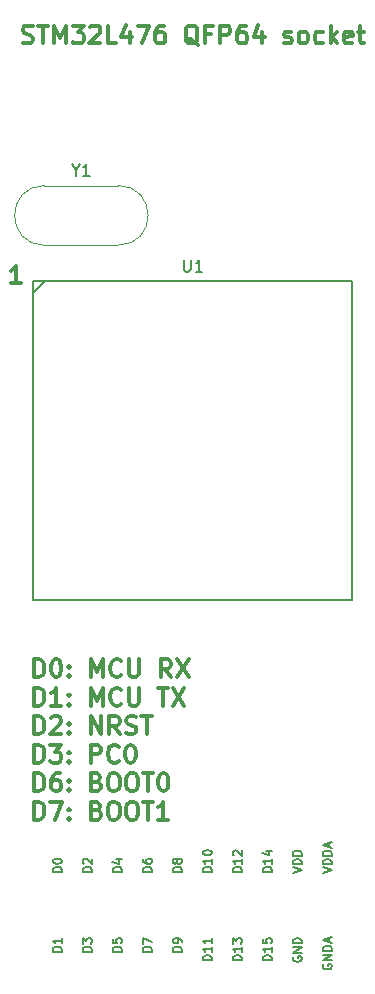
<source format=gbr>
G04 #@! TF.GenerationSoftware,KiCad,Pcbnew,8.0.0-8.0.0-1~ubuntu20.04.1*
G04 #@! TF.CreationDate,2024-03-05T18:45:30+01:00*
G04 #@! TF.ProjectId,stm32l476,73746d33-326c-4343-9736-2e6b69636164,rev?*
G04 #@! TF.SameCoordinates,Original*
G04 #@! TF.FileFunction,Legend,Top*
G04 #@! TF.FilePolarity,Positive*
%FSLAX46Y46*%
G04 Gerber Fmt 4.6, Leading zero omitted, Abs format (unit mm)*
G04 Created by KiCad (PCBNEW 8.0.0-8.0.0-1~ubuntu20.04.1) date 2024-03-05 18:45:30*
%MOMM*%
%LPD*%
G01*
G04 APERTURE LIST*
%ADD10C,0.150000*%
%ADD11C,0.300000*%
%ADD12C,0.120000*%
G04 APERTURE END LIST*
D10*
X182504878Y-128185826D02*
X182469164Y-128257255D01*
X182469164Y-128257255D02*
X182469164Y-128364397D01*
X182469164Y-128364397D02*
X182504878Y-128471540D01*
X182504878Y-128471540D02*
X182576307Y-128542969D01*
X182576307Y-128542969D02*
X182647735Y-128578683D01*
X182647735Y-128578683D02*
X182790592Y-128614397D01*
X182790592Y-128614397D02*
X182897735Y-128614397D01*
X182897735Y-128614397D02*
X183040592Y-128578683D01*
X183040592Y-128578683D02*
X183112021Y-128542969D01*
X183112021Y-128542969D02*
X183183450Y-128471540D01*
X183183450Y-128471540D02*
X183219164Y-128364397D01*
X183219164Y-128364397D02*
X183219164Y-128292969D01*
X183219164Y-128292969D02*
X183183450Y-128185826D01*
X183183450Y-128185826D02*
X183147735Y-128150112D01*
X183147735Y-128150112D02*
X182897735Y-128150112D01*
X182897735Y-128150112D02*
X182897735Y-128292969D01*
X183219164Y-127828683D02*
X182469164Y-127828683D01*
X182469164Y-127828683D02*
X183219164Y-127400112D01*
X183219164Y-127400112D02*
X182469164Y-127400112D01*
X183219164Y-127042969D02*
X182469164Y-127042969D01*
X182469164Y-127042969D02*
X182469164Y-126864398D01*
X182469164Y-126864398D02*
X182504878Y-126757255D01*
X182504878Y-126757255D02*
X182576307Y-126685826D01*
X182576307Y-126685826D02*
X182647735Y-126650112D01*
X182647735Y-126650112D02*
X182790592Y-126614398D01*
X182790592Y-126614398D02*
X182897735Y-126614398D01*
X182897735Y-126614398D02*
X183040592Y-126650112D01*
X183040592Y-126650112D02*
X183112021Y-126685826D01*
X183112021Y-126685826D02*
X183183450Y-126757255D01*
X183183450Y-126757255D02*
X183219164Y-126864398D01*
X183219164Y-126864398D02*
X183219164Y-127042969D01*
X183004878Y-126328683D02*
X183004878Y-125971541D01*
X183219164Y-126400112D02*
X182469164Y-126150112D01*
X182469164Y-126150112D02*
X183219164Y-125900112D01*
X179964878Y-127542969D02*
X179929164Y-127614398D01*
X179929164Y-127614398D02*
X179929164Y-127721540D01*
X179929164Y-127721540D02*
X179964878Y-127828683D01*
X179964878Y-127828683D02*
X180036307Y-127900112D01*
X180036307Y-127900112D02*
X180107735Y-127935826D01*
X180107735Y-127935826D02*
X180250592Y-127971540D01*
X180250592Y-127971540D02*
X180357735Y-127971540D01*
X180357735Y-127971540D02*
X180500592Y-127935826D01*
X180500592Y-127935826D02*
X180572021Y-127900112D01*
X180572021Y-127900112D02*
X180643450Y-127828683D01*
X180643450Y-127828683D02*
X180679164Y-127721540D01*
X180679164Y-127721540D02*
X180679164Y-127650112D01*
X180679164Y-127650112D02*
X180643450Y-127542969D01*
X180643450Y-127542969D02*
X180607735Y-127507255D01*
X180607735Y-127507255D02*
X180357735Y-127507255D01*
X180357735Y-127507255D02*
X180357735Y-127650112D01*
X180679164Y-127185826D02*
X179929164Y-127185826D01*
X179929164Y-127185826D02*
X180679164Y-126757255D01*
X180679164Y-126757255D02*
X179929164Y-126757255D01*
X180679164Y-126400112D02*
X179929164Y-126400112D01*
X179929164Y-126400112D02*
X179929164Y-126221541D01*
X179929164Y-126221541D02*
X179964878Y-126114398D01*
X179964878Y-126114398D02*
X180036307Y-126042969D01*
X180036307Y-126042969D02*
X180107735Y-126007255D01*
X180107735Y-126007255D02*
X180250592Y-125971541D01*
X180250592Y-125971541D02*
X180357735Y-125971541D01*
X180357735Y-125971541D02*
X180500592Y-126007255D01*
X180500592Y-126007255D02*
X180572021Y-126042969D01*
X180572021Y-126042969D02*
X180643450Y-126114398D01*
X180643450Y-126114398D02*
X180679164Y-126221541D01*
X180679164Y-126221541D02*
X180679164Y-126400112D01*
X178139164Y-127828684D02*
X177389164Y-127828684D01*
X177389164Y-127828684D02*
X177389164Y-127650113D01*
X177389164Y-127650113D02*
X177424878Y-127542970D01*
X177424878Y-127542970D02*
X177496307Y-127471541D01*
X177496307Y-127471541D02*
X177567735Y-127435827D01*
X177567735Y-127435827D02*
X177710592Y-127400113D01*
X177710592Y-127400113D02*
X177817735Y-127400113D01*
X177817735Y-127400113D02*
X177960592Y-127435827D01*
X177960592Y-127435827D02*
X178032021Y-127471541D01*
X178032021Y-127471541D02*
X178103450Y-127542970D01*
X178103450Y-127542970D02*
X178139164Y-127650113D01*
X178139164Y-127650113D02*
X178139164Y-127828684D01*
X178139164Y-126685827D02*
X178139164Y-127114398D01*
X178139164Y-126900113D02*
X177389164Y-126900113D01*
X177389164Y-126900113D02*
X177496307Y-126971541D01*
X177496307Y-126971541D02*
X177567735Y-127042970D01*
X177567735Y-127042970D02*
X177603450Y-127114398D01*
X177389164Y-126007255D02*
X177389164Y-126364398D01*
X177389164Y-126364398D02*
X177746307Y-126400112D01*
X177746307Y-126400112D02*
X177710592Y-126364398D01*
X177710592Y-126364398D02*
X177674878Y-126292970D01*
X177674878Y-126292970D02*
X177674878Y-126114398D01*
X177674878Y-126114398D02*
X177710592Y-126042970D01*
X177710592Y-126042970D02*
X177746307Y-126007255D01*
X177746307Y-126007255D02*
X177817735Y-125971541D01*
X177817735Y-125971541D02*
X177996307Y-125971541D01*
X177996307Y-125971541D02*
X178067735Y-126007255D01*
X178067735Y-126007255D02*
X178103450Y-126042970D01*
X178103450Y-126042970D02*
X178139164Y-126114398D01*
X178139164Y-126114398D02*
X178139164Y-126292970D01*
X178139164Y-126292970D02*
X178103450Y-126364398D01*
X178103450Y-126364398D02*
X178067735Y-126400112D01*
X175599164Y-127828684D02*
X174849164Y-127828684D01*
X174849164Y-127828684D02*
X174849164Y-127650113D01*
X174849164Y-127650113D02*
X174884878Y-127542970D01*
X174884878Y-127542970D02*
X174956307Y-127471541D01*
X174956307Y-127471541D02*
X175027735Y-127435827D01*
X175027735Y-127435827D02*
X175170592Y-127400113D01*
X175170592Y-127400113D02*
X175277735Y-127400113D01*
X175277735Y-127400113D02*
X175420592Y-127435827D01*
X175420592Y-127435827D02*
X175492021Y-127471541D01*
X175492021Y-127471541D02*
X175563450Y-127542970D01*
X175563450Y-127542970D02*
X175599164Y-127650113D01*
X175599164Y-127650113D02*
X175599164Y-127828684D01*
X175599164Y-126685827D02*
X175599164Y-127114398D01*
X175599164Y-126900113D02*
X174849164Y-126900113D01*
X174849164Y-126900113D02*
X174956307Y-126971541D01*
X174956307Y-126971541D02*
X175027735Y-127042970D01*
X175027735Y-127042970D02*
X175063450Y-127114398D01*
X174849164Y-126435827D02*
X174849164Y-125971541D01*
X174849164Y-125971541D02*
X175134878Y-126221541D01*
X175134878Y-126221541D02*
X175134878Y-126114398D01*
X175134878Y-126114398D02*
X175170592Y-126042970D01*
X175170592Y-126042970D02*
X175206307Y-126007255D01*
X175206307Y-126007255D02*
X175277735Y-125971541D01*
X175277735Y-125971541D02*
X175456307Y-125971541D01*
X175456307Y-125971541D02*
X175527735Y-126007255D01*
X175527735Y-126007255D02*
X175563450Y-126042970D01*
X175563450Y-126042970D02*
X175599164Y-126114398D01*
X175599164Y-126114398D02*
X175599164Y-126328684D01*
X175599164Y-126328684D02*
X175563450Y-126400112D01*
X175563450Y-126400112D02*
X175527735Y-126435827D01*
X173059164Y-127828684D02*
X172309164Y-127828684D01*
X172309164Y-127828684D02*
X172309164Y-127650113D01*
X172309164Y-127650113D02*
X172344878Y-127542970D01*
X172344878Y-127542970D02*
X172416307Y-127471541D01*
X172416307Y-127471541D02*
X172487735Y-127435827D01*
X172487735Y-127435827D02*
X172630592Y-127400113D01*
X172630592Y-127400113D02*
X172737735Y-127400113D01*
X172737735Y-127400113D02*
X172880592Y-127435827D01*
X172880592Y-127435827D02*
X172952021Y-127471541D01*
X172952021Y-127471541D02*
X173023450Y-127542970D01*
X173023450Y-127542970D02*
X173059164Y-127650113D01*
X173059164Y-127650113D02*
X173059164Y-127828684D01*
X173059164Y-126685827D02*
X173059164Y-127114398D01*
X173059164Y-126900113D02*
X172309164Y-126900113D01*
X172309164Y-126900113D02*
X172416307Y-126971541D01*
X172416307Y-126971541D02*
X172487735Y-127042970D01*
X172487735Y-127042970D02*
X172523450Y-127114398D01*
X173059164Y-125971541D02*
X173059164Y-126400112D01*
X173059164Y-126185827D02*
X172309164Y-126185827D01*
X172309164Y-126185827D02*
X172416307Y-126257255D01*
X172416307Y-126257255D02*
X172487735Y-126328684D01*
X172487735Y-126328684D02*
X172523450Y-126400112D01*
X170519164Y-127114398D02*
X169769164Y-127114398D01*
X169769164Y-127114398D02*
X169769164Y-126935827D01*
X169769164Y-126935827D02*
X169804878Y-126828684D01*
X169804878Y-126828684D02*
X169876307Y-126757255D01*
X169876307Y-126757255D02*
X169947735Y-126721541D01*
X169947735Y-126721541D02*
X170090592Y-126685827D01*
X170090592Y-126685827D02*
X170197735Y-126685827D01*
X170197735Y-126685827D02*
X170340592Y-126721541D01*
X170340592Y-126721541D02*
X170412021Y-126757255D01*
X170412021Y-126757255D02*
X170483450Y-126828684D01*
X170483450Y-126828684D02*
X170519164Y-126935827D01*
X170519164Y-126935827D02*
X170519164Y-127114398D01*
X170519164Y-126328684D02*
X170519164Y-126185827D01*
X170519164Y-126185827D02*
X170483450Y-126114398D01*
X170483450Y-126114398D02*
X170447735Y-126078684D01*
X170447735Y-126078684D02*
X170340592Y-126007255D01*
X170340592Y-126007255D02*
X170197735Y-125971541D01*
X170197735Y-125971541D02*
X169912021Y-125971541D01*
X169912021Y-125971541D02*
X169840592Y-126007255D01*
X169840592Y-126007255D02*
X169804878Y-126042970D01*
X169804878Y-126042970D02*
X169769164Y-126114398D01*
X169769164Y-126114398D02*
X169769164Y-126257255D01*
X169769164Y-126257255D02*
X169804878Y-126328684D01*
X169804878Y-126328684D02*
X169840592Y-126364398D01*
X169840592Y-126364398D02*
X169912021Y-126400112D01*
X169912021Y-126400112D02*
X170090592Y-126400112D01*
X170090592Y-126400112D02*
X170162021Y-126364398D01*
X170162021Y-126364398D02*
X170197735Y-126328684D01*
X170197735Y-126328684D02*
X170233450Y-126257255D01*
X170233450Y-126257255D02*
X170233450Y-126114398D01*
X170233450Y-126114398D02*
X170197735Y-126042970D01*
X170197735Y-126042970D02*
X170162021Y-126007255D01*
X170162021Y-126007255D02*
X170090592Y-125971541D01*
X167979164Y-127114398D02*
X167229164Y-127114398D01*
X167229164Y-127114398D02*
X167229164Y-126935827D01*
X167229164Y-126935827D02*
X167264878Y-126828684D01*
X167264878Y-126828684D02*
X167336307Y-126757255D01*
X167336307Y-126757255D02*
X167407735Y-126721541D01*
X167407735Y-126721541D02*
X167550592Y-126685827D01*
X167550592Y-126685827D02*
X167657735Y-126685827D01*
X167657735Y-126685827D02*
X167800592Y-126721541D01*
X167800592Y-126721541D02*
X167872021Y-126757255D01*
X167872021Y-126757255D02*
X167943450Y-126828684D01*
X167943450Y-126828684D02*
X167979164Y-126935827D01*
X167979164Y-126935827D02*
X167979164Y-127114398D01*
X167229164Y-126435827D02*
X167229164Y-125935827D01*
X167229164Y-125935827D02*
X167979164Y-126257255D01*
X165439164Y-127114398D02*
X164689164Y-127114398D01*
X164689164Y-127114398D02*
X164689164Y-126935827D01*
X164689164Y-126935827D02*
X164724878Y-126828684D01*
X164724878Y-126828684D02*
X164796307Y-126757255D01*
X164796307Y-126757255D02*
X164867735Y-126721541D01*
X164867735Y-126721541D02*
X165010592Y-126685827D01*
X165010592Y-126685827D02*
X165117735Y-126685827D01*
X165117735Y-126685827D02*
X165260592Y-126721541D01*
X165260592Y-126721541D02*
X165332021Y-126757255D01*
X165332021Y-126757255D02*
X165403450Y-126828684D01*
X165403450Y-126828684D02*
X165439164Y-126935827D01*
X165439164Y-126935827D02*
X165439164Y-127114398D01*
X164689164Y-126007255D02*
X164689164Y-126364398D01*
X164689164Y-126364398D02*
X165046307Y-126400112D01*
X165046307Y-126400112D02*
X165010592Y-126364398D01*
X165010592Y-126364398D02*
X164974878Y-126292970D01*
X164974878Y-126292970D02*
X164974878Y-126114398D01*
X164974878Y-126114398D02*
X165010592Y-126042970D01*
X165010592Y-126042970D02*
X165046307Y-126007255D01*
X165046307Y-126007255D02*
X165117735Y-125971541D01*
X165117735Y-125971541D02*
X165296307Y-125971541D01*
X165296307Y-125971541D02*
X165367735Y-126007255D01*
X165367735Y-126007255D02*
X165403450Y-126042970D01*
X165403450Y-126042970D02*
X165439164Y-126114398D01*
X165439164Y-126114398D02*
X165439164Y-126292970D01*
X165439164Y-126292970D02*
X165403450Y-126364398D01*
X165403450Y-126364398D02*
X165367735Y-126400112D01*
X162899164Y-127114398D02*
X162149164Y-127114398D01*
X162149164Y-127114398D02*
X162149164Y-126935827D01*
X162149164Y-126935827D02*
X162184878Y-126828684D01*
X162184878Y-126828684D02*
X162256307Y-126757255D01*
X162256307Y-126757255D02*
X162327735Y-126721541D01*
X162327735Y-126721541D02*
X162470592Y-126685827D01*
X162470592Y-126685827D02*
X162577735Y-126685827D01*
X162577735Y-126685827D02*
X162720592Y-126721541D01*
X162720592Y-126721541D02*
X162792021Y-126757255D01*
X162792021Y-126757255D02*
X162863450Y-126828684D01*
X162863450Y-126828684D02*
X162899164Y-126935827D01*
X162899164Y-126935827D02*
X162899164Y-127114398D01*
X162149164Y-126435827D02*
X162149164Y-125971541D01*
X162149164Y-125971541D02*
X162434878Y-126221541D01*
X162434878Y-126221541D02*
X162434878Y-126114398D01*
X162434878Y-126114398D02*
X162470592Y-126042970D01*
X162470592Y-126042970D02*
X162506307Y-126007255D01*
X162506307Y-126007255D02*
X162577735Y-125971541D01*
X162577735Y-125971541D02*
X162756307Y-125971541D01*
X162756307Y-125971541D02*
X162827735Y-126007255D01*
X162827735Y-126007255D02*
X162863450Y-126042970D01*
X162863450Y-126042970D02*
X162899164Y-126114398D01*
X162899164Y-126114398D02*
X162899164Y-126328684D01*
X162899164Y-126328684D02*
X162863450Y-126400112D01*
X162863450Y-126400112D02*
X162827735Y-126435827D01*
X160359164Y-127114398D02*
X159609164Y-127114398D01*
X159609164Y-127114398D02*
X159609164Y-126935827D01*
X159609164Y-126935827D02*
X159644878Y-126828684D01*
X159644878Y-126828684D02*
X159716307Y-126757255D01*
X159716307Y-126757255D02*
X159787735Y-126721541D01*
X159787735Y-126721541D02*
X159930592Y-126685827D01*
X159930592Y-126685827D02*
X160037735Y-126685827D01*
X160037735Y-126685827D02*
X160180592Y-126721541D01*
X160180592Y-126721541D02*
X160252021Y-126757255D01*
X160252021Y-126757255D02*
X160323450Y-126828684D01*
X160323450Y-126828684D02*
X160359164Y-126935827D01*
X160359164Y-126935827D02*
X160359164Y-127114398D01*
X160359164Y-125971541D02*
X160359164Y-126400112D01*
X160359164Y-126185827D02*
X159609164Y-126185827D01*
X159609164Y-126185827D02*
X159716307Y-126257255D01*
X159716307Y-126257255D02*
X159787735Y-126328684D01*
X159787735Y-126328684D02*
X159823450Y-126400112D01*
X160359164Y-120372744D02*
X159609164Y-120372744D01*
X159609164Y-120372744D02*
X159609164Y-120194173D01*
X159609164Y-120194173D02*
X159644878Y-120087030D01*
X159644878Y-120087030D02*
X159716307Y-120015601D01*
X159716307Y-120015601D02*
X159787735Y-119979887D01*
X159787735Y-119979887D02*
X159930592Y-119944173D01*
X159930592Y-119944173D02*
X160037735Y-119944173D01*
X160037735Y-119944173D02*
X160180592Y-119979887D01*
X160180592Y-119979887D02*
X160252021Y-120015601D01*
X160252021Y-120015601D02*
X160323450Y-120087030D01*
X160323450Y-120087030D02*
X160359164Y-120194173D01*
X160359164Y-120194173D02*
X160359164Y-120372744D01*
X159609164Y-119479887D02*
X159609164Y-119408458D01*
X159609164Y-119408458D02*
X159644878Y-119337030D01*
X159644878Y-119337030D02*
X159680592Y-119301316D01*
X159680592Y-119301316D02*
X159752021Y-119265601D01*
X159752021Y-119265601D02*
X159894878Y-119229887D01*
X159894878Y-119229887D02*
X160073450Y-119229887D01*
X160073450Y-119229887D02*
X160216307Y-119265601D01*
X160216307Y-119265601D02*
X160287735Y-119301316D01*
X160287735Y-119301316D02*
X160323450Y-119337030D01*
X160323450Y-119337030D02*
X160359164Y-119408458D01*
X160359164Y-119408458D02*
X160359164Y-119479887D01*
X160359164Y-119479887D02*
X160323450Y-119551316D01*
X160323450Y-119551316D02*
X160287735Y-119587030D01*
X160287735Y-119587030D02*
X160216307Y-119622744D01*
X160216307Y-119622744D02*
X160073450Y-119658458D01*
X160073450Y-119658458D02*
X159894878Y-119658458D01*
X159894878Y-119658458D02*
X159752021Y-119622744D01*
X159752021Y-119622744D02*
X159680592Y-119587030D01*
X159680592Y-119587030D02*
X159644878Y-119551316D01*
X159644878Y-119551316D02*
X159609164Y-119479887D01*
X162899164Y-120372744D02*
X162149164Y-120372744D01*
X162149164Y-120372744D02*
X162149164Y-120194173D01*
X162149164Y-120194173D02*
X162184878Y-120087030D01*
X162184878Y-120087030D02*
X162256307Y-120015601D01*
X162256307Y-120015601D02*
X162327735Y-119979887D01*
X162327735Y-119979887D02*
X162470592Y-119944173D01*
X162470592Y-119944173D02*
X162577735Y-119944173D01*
X162577735Y-119944173D02*
X162720592Y-119979887D01*
X162720592Y-119979887D02*
X162792021Y-120015601D01*
X162792021Y-120015601D02*
X162863450Y-120087030D01*
X162863450Y-120087030D02*
X162899164Y-120194173D01*
X162899164Y-120194173D02*
X162899164Y-120372744D01*
X162220592Y-119658458D02*
X162184878Y-119622744D01*
X162184878Y-119622744D02*
X162149164Y-119551316D01*
X162149164Y-119551316D02*
X162149164Y-119372744D01*
X162149164Y-119372744D02*
X162184878Y-119301316D01*
X162184878Y-119301316D02*
X162220592Y-119265601D01*
X162220592Y-119265601D02*
X162292021Y-119229887D01*
X162292021Y-119229887D02*
X162363450Y-119229887D01*
X162363450Y-119229887D02*
X162470592Y-119265601D01*
X162470592Y-119265601D02*
X162899164Y-119694173D01*
X162899164Y-119694173D02*
X162899164Y-119229887D01*
X165439164Y-120372744D02*
X164689164Y-120372744D01*
X164689164Y-120372744D02*
X164689164Y-120194173D01*
X164689164Y-120194173D02*
X164724878Y-120087030D01*
X164724878Y-120087030D02*
X164796307Y-120015601D01*
X164796307Y-120015601D02*
X164867735Y-119979887D01*
X164867735Y-119979887D02*
X165010592Y-119944173D01*
X165010592Y-119944173D02*
X165117735Y-119944173D01*
X165117735Y-119944173D02*
X165260592Y-119979887D01*
X165260592Y-119979887D02*
X165332021Y-120015601D01*
X165332021Y-120015601D02*
X165403450Y-120087030D01*
X165403450Y-120087030D02*
X165439164Y-120194173D01*
X165439164Y-120194173D02*
X165439164Y-120372744D01*
X164939164Y-119301316D02*
X165439164Y-119301316D01*
X164653450Y-119479887D02*
X165189164Y-119658458D01*
X165189164Y-119658458D02*
X165189164Y-119194173D01*
X167979164Y-120372744D02*
X167229164Y-120372744D01*
X167229164Y-120372744D02*
X167229164Y-120194173D01*
X167229164Y-120194173D02*
X167264878Y-120087030D01*
X167264878Y-120087030D02*
X167336307Y-120015601D01*
X167336307Y-120015601D02*
X167407735Y-119979887D01*
X167407735Y-119979887D02*
X167550592Y-119944173D01*
X167550592Y-119944173D02*
X167657735Y-119944173D01*
X167657735Y-119944173D02*
X167800592Y-119979887D01*
X167800592Y-119979887D02*
X167872021Y-120015601D01*
X167872021Y-120015601D02*
X167943450Y-120087030D01*
X167943450Y-120087030D02*
X167979164Y-120194173D01*
X167979164Y-120194173D02*
X167979164Y-120372744D01*
X167229164Y-119301316D02*
X167229164Y-119444173D01*
X167229164Y-119444173D02*
X167264878Y-119515601D01*
X167264878Y-119515601D02*
X167300592Y-119551316D01*
X167300592Y-119551316D02*
X167407735Y-119622744D01*
X167407735Y-119622744D02*
X167550592Y-119658458D01*
X167550592Y-119658458D02*
X167836307Y-119658458D01*
X167836307Y-119658458D02*
X167907735Y-119622744D01*
X167907735Y-119622744D02*
X167943450Y-119587030D01*
X167943450Y-119587030D02*
X167979164Y-119515601D01*
X167979164Y-119515601D02*
X167979164Y-119372744D01*
X167979164Y-119372744D02*
X167943450Y-119301316D01*
X167943450Y-119301316D02*
X167907735Y-119265601D01*
X167907735Y-119265601D02*
X167836307Y-119229887D01*
X167836307Y-119229887D02*
X167657735Y-119229887D01*
X167657735Y-119229887D02*
X167586307Y-119265601D01*
X167586307Y-119265601D02*
X167550592Y-119301316D01*
X167550592Y-119301316D02*
X167514878Y-119372744D01*
X167514878Y-119372744D02*
X167514878Y-119515601D01*
X167514878Y-119515601D02*
X167550592Y-119587030D01*
X167550592Y-119587030D02*
X167586307Y-119622744D01*
X167586307Y-119622744D02*
X167657735Y-119658458D01*
X170519164Y-120372744D02*
X169769164Y-120372744D01*
X169769164Y-120372744D02*
X169769164Y-120194173D01*
X169769164Y-120194173D02*
X169804878Y-120087030D01*
X169804878Y-120087030D02*
X169876307Y-120015601D01*
X169876307Y-120015601D02*
X169947735Y-119979887D01*
X169947735Y-119979887D02*
X170090592Y-119944173D01*
X170090592Y-119944173D02*
X170197735Y-119944173D01*
X170197735Y-119944173D02*
X170340592Y-119979887D01*
X170340592Y-119979887D02*
X170412021Y-120015601D01*
X170412021Y-120015601D02*
X170483450Y-120087030D01*
X170483450Y-120087030D02*
X170519164Y-120194173D01*
X170519164Y-120194173D02*
X170519164Y-120372744D01*
X170090592Y-119515601D02*
X170054878Y-119587030D01*
X170054878Y-119587030D02*
X170019164Y-119622744D01*
X170019164Y-119622744D02*
X169947735Y-119658458D01*
X169947735Y-119658458D02*
X169912021Y-119658458D01*
X169912021Y-119658458D02*
X169840592Y-119622744D01*
X169840592Y-119622744D02*
X169804878Y-119587030D01*
X169804878Y-119587030D02*
X169769164Y-119515601D01*
X169769164Y-119515601D02*
X169769164Y-119372744D01*
X169769164Y-119372744D02*
X169804878Y-119301316D01*
X169804878Y-119301316D02*
X169840592Y-119265601D01*
X169840592Y-119265601D02*
X169912021Y-119229887D01*
X169912021Y-119229887D02*
X169947735Y-119229887D01*
X169947735Y-119229887D02*
X170019164Y-119265601D01*
X170019164Y-119265601D02*
X170054878Y-119301316D01*
X170054878Y-119301316D02*
X170090592Y-119372744D01*
X170090592Y-119372744D02*
X170090592Y-119515601D01*
X170090592Y-119515601D02*
X170126307Y-119587030D01*
X170126307Y-119587030D02*
X170162021Y-119622744D01*
X170162021Y-119622744D02*
X170233450Y-119658458D01*
X170233450Y-119658458D02*
X170376307Y-119658458D01*
X170376307Y-119658458D02*
X170447735Y-119622744D01*
X170447735Y-119622744D02*
X170483450Y-119587030D01*
X170483450Y-119587030D02*
X170519164Y-119515601D01*
X170519164Y-119515601D02*
X170519164Y-119372744D01*
X170519164Y-119372744D02*
X170483450Y-119301316D01*
X170483450Y-119301316D02*
X170447735Y-119265601D01*
X170447735Y-119265601D02*
X170376307Y-119229887D01*
X170376307Y-119229887D02*
X170233450Y-119229887D01*
X170233450Y-119229887D02*
X170162021Y-119265601D01*
X170162021Y-119265601D02*
X170126307Y-119301316D01*
X170126307Y-119301316D02*
X170090592Y-119372744D01*
X173059164Y-120372744D02*
X172309164Y-120372744D01*
X172309164Y-120372744D02*
X172309164Y-120194173D01*
X172309164Y-120194173D02*
X172344878Y-120087030D01*
X172344878Y-120087030D02*
X172416307Y-120015601D01*
X172416307Y-120015601D02*
X172487735Y-119979887D01*
X172487735Y-119979887D02*
X172630592Y-119944173D01*
X172630592Y-119944173D02*
X172737735Y-119944173D01*
X172737735Y-119944173D02*
X172880592Y-119979887D01*
X172880592Y-119979887D02*
X172952021Y-120015601D01*
X172952021Y-120015601D02*
X173023450Y-120087030D01*
X173023450Y-120087030D02*
X173059164Y-120194173D01*
X173059164Y-120194173D02*
X173059164Y-120372744D01*
X173059164Y-119229887D02*
X173059164Y-119658458D01*
X173059164Y-119444173D02*
X172309164Y-119444173D01*
X172309164Y-119444173D02*
X172416307Y-119515601D01*
X172416307Y-119515601D02*
X172487735Y-119587030D01*
X172487735Y-119587030D02*
X172523450Y-119658458D01*
X172309164Y-118765601D02*
X172309164Y-118694172D01*
X172309164Y-118694172D02*
X172344878Y-118622744D01*
X172344878Y-118622744D02*
X172380592Y-118587030D01*
X172380592Y-118587030D02*
X172452021Y-118551315D01*
X172452021Y-118551315D02*
X172594878Y-118515601D01*
X172594878Y-118515601D02*
X172773450Y-118515601D01*
X172773450Y-118515601D02*
X172916307Y-118551315D01*
X172916307Y-118551315D02*
X172987735Y-118587030D01*
X172987735Y-118587030D02*
X173023450Y-118622744D01*
X173023450Y-118622744D02*
X173059164Y-118694172D01*
X173059164Y-118694172D02*
X173059164Y-118765601D01*
X173059164Y-118765601D02*
X173023450Y-118837030D01*
X173023450Y-118837030D02*
X172987735Y-118872744D01*
X172987735Y-118872744D02*
X172916307Y-118908458D01*
X172916307Y-118908458D02*
X172773450Y-118944172D01*
X172773450Y-118944172D02*
X172594878Y-118944172D01*
X172594878Y-118944172D02*
X172452021Y-118908458D01*
X172452021Y-118908458D02*
X172380592Y-118872744D01*
X172380592Y-118872744D02*
X172344878Y-118837030D01*
X172344878Y-118837030D02*
X172309164Y-118765601D01*
X175599164Y-120372744D02*
X174849164Y-120372744D01*
X174849164Y-120372744D02*
X174849164Y-120194173D01*
X174849164Y-120194173D02*
X174884878Y-120087030D01*
X174884878Y-120087030D02*
X174956307Y-120015601D01*
X174956307Y-120015601D02*
X175027735Y-119979887D01*
X175027735Y-119979887D02*
X175170592Y-119944173D01*
X175170592Y-119944173D02*
X175277735Y-119944173D01*
X175277735Y-119944173D02*
X175420592Y-119979887D01*
X175420592Y-119979887D02*
X175492021Y-120015601D01*
X175492021Y-120015601D02*
X175563450Y-120087030D01*
X175563450Y-120087030D02*
X175599164Y-120194173D01*
X175599164Y-120194173D02*
X175599164Y-120372744D01*
X175599164Y-119229887D02*
X175599164Y-119658458D01*
X175599164Y-119444173D02*
X174849164Y-119444173D01*
X174849164Y-119444173D02*
X174956307Y-119515601D01*
X174956307Y-119515601D02*
X175027735Y-119587030D01*
X175027735Y-119587030D02*
X175063450Y-119658458D01*
X174920592Y-118944172D02*
X174884878Y-118908458D01*
X174884878Y-118908458D02*
X174849164Y-118837030D01*
X174849164Y-118837030D02*
X174849164Y-118658458D01*
X174849164Y-118658458D02*
X174884878Y-118587030D01*
X174884878Y-118587030D02*
X174920592Y-118551315D01*
X174920592Y-118551315D02*
X174992021Y-118515601D01*
X174992021Y-118515601D02*
X175063450Y-118515601D01*
X175063450Y-118515601D02*
X175170592Y-118551315D01*
X175170592Y-118551315D02*
X175599164Y-118979887D01*
X175599164Y-118979887D02*
X175599164Y-118515601D01*
X178139164Y-120372744D02*
X177389164Y-120372744D01*
X177389164Y-120372744D02*
X177389164Y-120194173D01*
X177389164Y-120194173D02*
X177424878Y-120087030D01*
X177424878Y-120087030D02*
X177496307Y-120015601D01*
X177496307Y-120015601D02*
X177567735Y-119979887D01*
X177567735Y-119979887D02*
X177710592Y-119944173D01*
X177710592Y-119944173D02*
X177817735Y-119944173D01*
X177817735Y-119944173D02*
X177960592Y-119979887D01*
X177960592Y-119979887D02*
X178032021Y-120015601D01*
X178032021Y-120015601D02*
X178103450Y-120087030D01*
X178103450Y-120087030D02*
X178139164Y-120194173D01*
X178139164Y-120194173D02*
X178139164Y-120372744D01*
X178139164Y-119229887D02*
X178139164Y-119658458D01*
X178139164Y-119444173D02*
X177389164Y-119444173D01*
X177389164Y-119444173D02*
X177496307Y-119515601D01*
X177496307Y-119515601D02*
X177567735Y-119587030D01*
X177567735Y-119587030D02*
X177603450Y-119658458D01*
X177639164Y-118587030D02*
X178139164Y-118587030D01*
X177353450Y-118765601D02*
X177889164Y-118944172D01*
X177889164Y-118944172D02*
X177889164Y-118479887D01*
X179929164Y-120479887D02*
X180679164Y-120229887D01*
X180679164Y-120229887D02*
X179929164Y-119979887D01*
X180679164Y-119729887D02*
X179929164Y-119729887D01*
X179929164Y-119729887D02*
X179929164Y-119551316D01*
X179929164Y-119551316D02*
X179964878Y-119444173D01*
X179964878Y-119444173D02*
X180036307Y-119372744D01*
X180036307Y-119372744D02*
X180107735Y-119337030D01*
X180107735Y-119337030D02*
X180250592Y-119301316D01*
X180250592Y-119301316D02*
X180357735Y-119301316D01*
X180357735Y-119301316D02*
X180500592Y-119337030D01*
X180500592Y-119337030D02*
X180572021Y-119372744D01*
X180572021Y-119372744D02*
X180643450Y-119444173D01*
X180643450Y-119444173D02*
X180679164Y-119551316D01*
X180679164Y-119551316D02*
X180679164Y-119729887D01*
X180679164Y-118979887D02*
X179929164Y-118979887D01*
X179929164Y-118979887D02*
X179929164Y-118801316D01*
X179929164Y-118801316D02*
X179964878Y-118694173D01*
X179964878Y-118694173D02*
X180036307Y-118622744D01*
X180036307Y-118622744D02*
X180107735Y-118587030D01*
X180107735Y-118587030D02*
X180250592Y-118551316D01*
X180250592Y-118551316D02*
X180357735Y-118551316D01*
X180357735Y-118551316D02*
X180500592Y-118587030D01*
X180500592Y-118587030D02*
X180572021Y-118622744D01*
X180572021Y-118622744D02*
X180643450Y-118694173D01*
X180643450Y-118694173D02*
X180679164Y-118801316D01*
X180679164Y-118801316D02*
X180679164Y-118979887D01*
X182469164Y-120479887D02*
X183219164Y-120229887D01*
X183219164Y-120229887D02*
X182469164Y-119979887D01*
X183219164Y-119729887D02*
X182469164Y-119729887D01*
X182469164Y-119729887D02*
X182469164Y-119551316D01*
X182469164Y-119551316D02*
X182504878Y-119444173D01*
X182504878Y-119444173D02*
X182576307Y-119372744D01*
X182576307Y-119372744D02*
X182647735Y-119337030D01*
X182647735Y-119337030D02*
X182790592Y-119301316D01*
X182790592Y-119301316D02*
X182897735Y-119301316D01*
X182897735Y-119301316D02*
X183040592Y-119337030D01*
X183040592Y-119337030D02*
X183112021Y-119372744D01*
X183112021Y-119372744D02*
X183183450Y-119444173D01*
X183183450Y-119444173D02*
X183219164Y-119551316D01*
X183219164Y-119551316D02*
X183219164Y-119729887D01*
X183219164Y-118979887D02*
X182469164Y-118979887D01*
X182469164Y-118979887D02*
X182469164Y-118801316D01*
X182469164Y-118801316D02*
X182504878Y-118694173D01*
X182504878Y-118694173D02*
X182576307Y-118622744D01*
X182576307Y-118622744D02*
X182647735Y-118587030D01*
X182647735Y-118587030D02*
X182790592Y-118551316D01*
X182790592Y-118551316D02*
X182897735Y-118551316D01*
X182897735Y-118551316D02*
X183040592Y-118587030D01*
X183040592Y-118587030D02*
X183112021Y-118622744D01*
X183112021Y-118622744D02*
X183183450Y-118694173D01*
X183183450Y-118694173D02*
X183219164Y-118801316D01*
X183219164Y-118801316D02*
X183219164Y-118979887D01*
X183004878Y-118265601D02*
X183004878Y-117908459D01*
X183219164Y-118337030D02*
X182469164Y-118087030D01*
X182469164Y-118087030D02*
X183219164Y-117837030D01*
D11*
X158034510Y-103861038D02*
X158034510Y-102361038D01*
X158034510Y-102361038D02*
X158391653Y-102361038D01*
X158391653Y-102361038D02*
X158605939Y-102432467D01*
X158605939Y-102432467D02*
X158748796Y-102575324D01*
X158748796Y-102575324D02*
X158820225Y-102718181D01*
X158820225Y-102718181D02*
X158891653Y-103003895D01*
X158891653Y-103003895D02*
X158891653Y-103218181D01*
X158891653Y-103218181D02*
X158820225Y-103503895D01*
X158820225Y-103503895D02*
X158748796Y-103646752D01*
X158748796Y-103646752D02*
X158605939Y-103789610D01*
X158605939Y-103789610D02*
X158391653Y-103861038D01*
X158391653Y-103861038D02*
X158034510Y-103861038D01*
X159820225Y-102361038D02*
X159963082Y-102361038D01*
X159963082Y-102361038D02*
X160105939Y-102432467D01*
X160105939Y-102432467D02*
X160177368Y-102503895D01*
X160177368Y-102503895D02*
X160248796Y-102646752D01*
X160248796Y-102646752D02*
X160320225Y-102932467D01*
X160320225Y-102932467D02*
X160320225Y-103289610D01*
X160320225Y-103289610D02*
X160248796Y-103575324D01*
X160248796Y-103575324D02*
X160177368Y-103718181D01*
X160177368Y-103718181D02*
X160105939Y-103789610D01*
X160105939Y-103789610D02*
X159963082Y-103861038D01*
X159963082Y-103861038D02*
X159820225Y-103861038D01*
X159820225Y-103861038D02*
X159677368Y-103789610D01*
X159677368Y-103789610D02*
X159605939Y-103718181D01*
X159605939Y-103718181D02*
X159534510Y-103575324D01*
X159534510Y-103575324D02*
X159463082Y-103289610D01*
X159463082Y-103289610D02*
X159463082Y-102932467D01*
X159463082Y-102932467D02*
X159534510Y-102646752D01*
X159534510Y-102646752D02*
X159605939Y-102503895D01*
X159605939Y-102503895D02*
X159677368Y-102432467D01*
X159677368Y-102432467D02*
X159820225Y-102361038D01*
X160963081Y-103718181D02*
X161034510Y-103789610D01*
X161034510Y-103789610D02*
X160963081Y-103861038D01*
X160963081Y-103861038D02*
X160891653Y-103789610D01*
X160891653Y-103789610D02*
X160963081Y-103718181D01*
X160963081Y-103718181D02*
X160963081Y-103861038D01*
X160963081Y-102932467D02*
X161034510Y-103003895D01*
X161034510Y-103003895D02*
X160963081Y-103075324D01*
X160963081Y-103075324D02*
X160891653Y-103003895D01*
X160891653Y-103003895D02*
X160963081Y-102932467D01*
X160963081Y-102932467D02*
X160963081Y-103075324D01*
X162820224Y-103861038D02*
X162820224Y-102361038D01*
X162820224Y-102361038D02*
X163320224Y-103432467D01*
X163320224Y-103432467D02*
X163820224Y-102361038D01*
X163820224Y-102361038D02*
X163820224Y-103861038D01*
X165391653Y-103718181D02*
X165320225Y-103789610D01*
X165320225Y-103789610D02*
X165105939Y-103861038D01*
X165105939Y-103861038D02*
X164963082Y-103861038D01*
X164963082Y-103861038D02*
X164748796Y-103789610D01*
X164748796Y-103789610D02*
X164605939Y-103646752D01*
X164605939Y-103646752D02*
X164534510Y-103503895D01*
X164534510Y-103503895D02*
X164463082Y-103218181D01*
X164463082Y-103218181D02*
X164463082Y-103003895D01*
X164463082Y-103003895D02*
X164534510Y-102718181D01*
X164534510Y-102718181D02*
X164605939Y-102575324D01*
X164605939Y-102575324D02*
X164748796Y-102432467D01*
X164748796Y-102432467D02*
X164963082Y-102361038D01*
X164963082Y-102361038D02*
X165105939Y-102361038D01*
X165105939Y-102361038D02*
X165320225Y-102432467D01*
X165320225Y-102432467D02*
X165391653Y-102503895D01*
X166034510Y-102361038D02*
X166034510Y-103575324D01*
X166034510Y-103575324D02*
X166105939Y-103718181D01*
X166105939Y-103718181D02*
X166177368Y-103789610D01*
X166177368Y-103789610D02*
X166320225Y-103861038D01*
X166320225Y-103861038D02*
X166605939Y-103861038D01*
X166605939Y-103861038D02*
X166748796Y-103789610D01*
X166748796Y-103789610D02*
X166820225Y-103718181D01*
X166820225Y-103718181D02*
X166891653Y-103575324D01*
X166891653Y-103575324D02*
X166891653Y-102361038D01*
X169605939Y-103861038D02*
X169105939Y-103146752D01*
X168748796Y-103861038D02*
X168748796Y-102361038D01*
X168748796Y-102361038D02*
X169320225Y-102361038D01*
X169320225Y-102361038D02*
X169463082Y-102432467D01*
X169463082Y-102432467D02*
X169534511Y-102503895D01*
X169534511Y-102503895D02*
X169605939Y-102646752D01*
X169605939Y-102646752D02*
X169605939Y-102861038D01*
X169605939Y-102861038D02*
X169534511Y-103003895D01*
X169534511Y-103003895D02*
X169463082Y-103075324D01*
X169463082Y-103075324D02*
X169320225Y-103146752D01*
X169320225Y-103146752D02*
X168748796Y-103146752D01*
X170105939Y-102361038D02*
X171105939Y-103861038D01*
X171105939Y-102361038D02*
X170105939Y-103861038D01*
X158034510Y-106275954D02*
X158034510Y-104775954D01*
X158034510Y-104775954D02*
X158391653Y-104775954D01*
X158391653Y-104775954D02*
X158605939Y-104847383D01*
X158605939Y-104847383D02*
X158748796Y-104990240D01*
X158748796Y-104990240D02*
X158820225Y-105133097D01*
X158820225Y-105133097D02*
X158891653Y-105418811D01*
X158891653Y-105418811D02*
X158891653Y-105633097D01*
X158891653Y-105633097D02*
X158820225Y-105918811D01*
X158820225Y-105918811D02*
X158748796Y-106061668D01*
X158748796Y-106061668D02*
X158605939Y-106204526D01*
X158605939Y-106204526D02*
X158391653Y-106275954D01*
X158391653Y-106275954D02*
X158034510Y-106275954D01*
X160320225Y-106275954D02*
X159463082Y-106275954D01*
X159891653Y-106275954D02*
X159891653Y-104775954D01*
X159891653Y-104775954D02*
X159748796Y-104990240D01*
X159748796Y-104990240D02*
X159605939Y-105133097D01*
X159605939Y-105133097D02*
X159463082Y-105204526D01*
X160963081Y-106133097D02*
X161034510Y-106204526D01*
X161034510Y-106204526D02*
X160963081Y-106275954D01*
X160963081Y-106275954D02*
X160891653Y-106204526D01*
X160891653Y-106204526D02*
X160963081Y-106133097D01*
X160963081Y-106133097D02*
X160963081Y-106275954D01*
X160963081Y-105347383D02*
X161034510Y-105418811D01*
X161034510Y-105418811D02*
X160963081Y-105490240D01*
X160963081Y-105490240D02*
X160891653Y-105418811D01*
X160891653Y-105418811D02*
X160963081Y-105347383D01*
X160963081Y-105347383D02*
X160963081Y-105490240D01*
X162820224Y-106275954D02*
X162820224Y-104775954D01*
X162820224Y-104775954D02*
X163320224Y-105847383D01*
X163320224Y-105847383D02*
X163820224Y-104775954D01*
X163820224Y-104775954D02*
X163820224Y-106275954D01*
X165391653Y-106133097D02*
X165320225Y-106204526D01*
X165320225Y-106204526D02*
X165105939Y-106275954D01*
X165105939Y-106275954D02*
X164963082Y-106275954D01*
X164963082Y-106275954D02*
X164748796Y-106204526D01*
X164748796Y-106204526D02*
X164605939Y-106061668D01*
X164605939Y-106061668D02*
X164534510Y-105918811D01*
X164534510Y-105918811D02*
X164463082Y-105633097D01*
X164463082Y-105633097D02*
X164463082Y-105418811D01*
X164463082Y-105418811D02*
X164534510Y-105133097D01*
X164534510Y-105133097D02*
X164605939Y-104990240D01*
X164605939Y-104990240D02*
X164748796Y-104847383D01*
X164748796Y-104847383D02*
X164963082Y-104775954D01*
X164963082Y-104775954D02*
X165105939Y-104775954D01*
X165105939Y-104775954D02*
X165320225Y-104847383D01*
X165320225Y-104847383D02*
X165391653Y-104918811D01*
X166034510Y-104775954D02*
X166034510Y-105990240D01*
X166034510Y-105990240D02*
X166105939Y-106133097D01*
X166105939Y-106133097D02*
X166177368Y-106204526D01*
X166177368Y-106204526D02*
X166320225Y-106275954D01*
X166320225Y-106275954D02*
X166605939Y-106275954D01*
X166605939Y-106275954D02*
X166748796Y-106204526D01*
X166748796Y-106204526D02*
X166820225Y-106133097D01*
X166820225Y-106133097D02*
X166891653Y-105990240D01*
X166891653Y-105990240D02*
X166891653Y-104775954D01*
X168534511Y-104775954D02*
X169391654Y-104775954D01*
X168963082Y-106275954D02*
X168963082Y-104775954D01*
X169748796Y-104775954D02*
X170748796Y-106275954D01*
X170748796Y-104775954D02*
X169748796Y-106275954D01*
X158034510Y-108690870D02*
X158034510Y-107190870D01*
X158034510Y-107190870D02*
X158391653Y-107190870D01*
X158391653Y-107190870D02*
X158605939Y-107262299D01*
X158605939Y-107262299D02*
X158748796Y-107405156D01*
X158748796Y-107405156D02*
X158820225Y-107548013D01*
X158820225Y-107548013D02*
X158891653Y-107833727D01*
X158891653Y-107833727D02*
X158891653Y-108048013D01*
X158891653Y-108048013D02*
X158820225Y-108333727D01*
X158820225Y-108333727D02*
X158748796Y-108476584D01*
X158748796Y-108476584D02*
X158605939Y-108619442D01*
X158605939Y-108619442D02*
X158391653Y-108690870D01*
X158391653Y-108690870D02*
X158034510Y-108690870D01*
X159463082Y-107333727D02*
X159534510Y-107262299D01*
X159534510Y-107262299D02*
X159677368Y-107190870D01*
X159677368Y-107190870D02*
X160034510Y-107190870D01*
X160034510Y-107190870D02*
X160177368Y-107262299D01*
X160177368Y-107262299D02*
X160248796Y-107333727D01*
X160248796Y-107333727D02*
X160320225Y-107476584D01*
X160320225Y-107476584D02*
X160320225Y-107619442D01*
X160320225Y-107619442D02*
X160248796Y-107833727D01*
X160248796Y-107833727D02*
X159391653Y-108690870D01*
X159391653Y-108690870D02*
X160320225Y-108690870D01*
X160963081Y-108548013D02*
X161034510Y-108619442D01*
X161034510Y-108619442D02*
X160963081Y-108690870D01*
X160963081Y-108690870D02*
X160891653Y-108619442D01*
X160891653Y-108619442D02*
X160963081Y-108548013D01*
X160963081Y-108548013D02*
X160963081Y-108690870D01*
X160963081Y-107762299D02*
X161034510Y-107833727D01*
X161034510Y-107833727D02*
X160963081Y-107905156D01*
X160963081Y-107905156D02*
X160891653Y-107833727D01*
X160891653Y-107833727D02*
X160963081Y-107762299D01*
X160963081Y-107762299D02*
X160963081Y-107905156D01*
X162820224Y-108690870D02*
X162820224Y-107190870D01*
X162820224Y-107190870D02*
X163677367Y-108690870D01*
X163677367Y-108690870D02*
X163677367Y-107190870D01*
X165248796Y-108690870D02*
X164748796Y-107976584D01*
X164391653Y-108690870D02*
X164391653Y-107190870D01*
X164391653Y-107190870D02*
X164963082Y-107190870D01*
X164963082Y-107190870D02*
X165105939Y-107262299D01*
X165105939Y-107262299D02*
X165177368Y-107333727D01*
X165177368Y-107333727D02*
X165248796Y-107476584D01*
X165248796Y-107476584D02*
X165248796Y-107690870D01*
X165248796Y-107690870D02*
X165177368Y-107833727D01*
X165177368Y-107833727D02*
X165105939Y-107905156D01*
X165105939Y-107905156D02*
X164963082Y-107976584D01*
X164963082Y-107976584D02*
X164391653Y-107976584D01*
X165820225Y-108619442D02*
X166034511Y-108690870D01*
X166034511Y-108690870D02*
X166391653Y-108690870D01*
X166391653Y-108690870D02*
X166534511Y-108619442D01*
X166534511Y-108619442D02*
X166605939Y-108548013D01*
X166605939Y-108548013D02*
X166677368Y-108405156D01*
X166677368Y-108405156D02*
X166677368Y-108262299D01*
X166677368Y-108262299D02*
X166605939Y-108119442D01*
X166605939Y-108119442D02*
X166534511Y-108048013D01*
X166534511Y-108048013D02*
X166391653Y-107976584D01*
X166391653Y-107976584D02*
X166105939Y-107905156D01*
X166105939Y-107905156D02*
X165963082Y-107833727D01*
X165963082Y-107833727D02*
X165891653Y-107762299D01*
X165891653Y-107762299D02*
X165820225Y-107619442D01*
X165820225Y-107619442D02*
X165820225Y-107476584D01*
X165820225Y-107476584D02*
X165891653Y-107333727D01*
X165891653Y-107333727D02*
X165963082Y-107262299D01*
X165963082Y-107262299D02*
X166105939Y-107190870D01*
X166105939Y-107190870D02*
X166463082Y-107190870D01*
X166463082Y-107190870D02*
X166677368Y-107262299D01*
X167105939Y-107190870D02*
X167963082Y-107190870D01*
X167534510Y-108690870D02*
X167534510Y-107190870D01*
X158034510Y-111105786D02*
X158034510Y-109605786D01*
X158034510Y-109605786D02*
X158391653Y-109605786D01*
X158391653Y-109605786D02*
X158605939Y-109677215D01*
X158605939Y-109677215D02*
X158748796Y-109820072D01*
X158748796Y-109820072D02*
X158820225Y-109962929D01*
X158820225Y-109962929D02*
X158891653Y-110248643D01*
X158891653Y-110248643D02*
X158891653Y-110462929D01*
X158891653Y-110462929D02*
X158820225Y-110748643D01*
X158820225Y-110748643D02*
X158748796Y-110891500D01*
X158748796Y-110891500D02*
X158605939Y-111034358D01*
X158605939Y-111034358D02*
X158391653Y-111105786D01*
X158391653Y-111105786D02*
X158034510Y-111105786D01*
X159391653Y-109605786D02*
X160320225Y-109605786D01*
X160320225Y-109605786D02*
X159820225Y-110177215D01*
X159820225Y-110177215D02*
X160034510Y-110177215D01*
X160034510Y-110177215D02*
X160177368Y-110248643D01*
X160177368Y-110248643D02*
X160248796Y-110320072D01*
X160248796Y-110320072D02*
X160320225Y-110462929D01*
X160320225Y-110462929D02*
X160320225Y-110820072D01*
X160320225Y-110820072D02*
X160248796Y-110962929D01*
X160248796Y-110962929D02*
X160177368Y-111034358D01*
X160177368Y-111034358D02*
X160034510Y-111105786D01*
X160034510Y-111105786D02*
X159605939Y-111105786D01*
X159605939Y-111105786D02*
X159463082Y-111034358D01*
X159463082Y-111034358D02*
X159391653Y-110962929D01*
X160963081Y-110962929D02*
X161034510Y-111034358D01*
X161034510Y-111034358D02*
X160963081Y-111105786D01*
X160963081Y-111105786D02*
X160891653Y-111034358D01*
X160891653Y-111034358D02*
X160963081Y-110962929D01*
X160963081Y-110962929D02*
X160963081Y-111105786D01*
X160963081Y-110177215D02*
X161034510Y-110248643D01*
X161034510Y-110248643D02*
X160963081Y-110320072D01*
X160963081Y-110320072D02*
X160891653Y-110248643D01*
X160891653Y-110248643D02*
X160963081Y-110177215D01*
X160963081Y-110177215D02*
X160963081Y-110320072D01*
X162820224Y-111105786D02*
X162820224Y-109605786D01*
X162820224Y-109605786D02*
X163391653Y-109605786D01*
X163391653Y-109605786D02*
X163534510Y-109677215D01*
X163534510Y-109677215D02*
X163605939Y-109748643D01*
X163605939Y-109748643D02*
X163677367Y-109891500D01*
X163677367Y-109891500D02*
X163677367Y-110105786D01*
X163677367Y-110105786D02*
X163605939Y-110248643D01*
X163605939Y-110248643D02*
X163534510Y-110320072D01*
X163534510Y-110320072D02*
X163391653Y-110391500D01*
X163391653Y-110391500D02*
X162820224Y-110391500D01*
X165177367Y-110962929D02*
X165105939Y-111034358D01*
X165105939Y-111034358D02*
X164891653Y-111105786D01*
X164891653Y-111105786D02*
X164748796Y-111105786D01*
X164748796Y-111105786D02*
X164534510Y-111034358D01*
X164534510Y-111034358D02*
X164391653Y-110891500D01*
X164391653Y-110891500D02*
X164320224Y-110748643D01*
X164320224Y-110748643D02*
X164248796Y-110462929D01*
X164248796Y-110462929D02*
X164248796Y-110248643D01*
X164248796Y-110248643D02*
X164320224Y-109962929D01*
X164320224Y-109962929D02*
X164391653Y-109820072D01*
X164391653Y-109820072D02*
X164534510Y-109677215D01*
X164534510Y-109677215D02*
X164748796Y-109605786D01*
X164748796Y-109605786D02*
X164891653Y-109605786D01*
X164891653Y-109605786D02*
X165105939Y-109677215D01*
X165105939Y-109677215D02*
X165177367Y-109748643D01*
X166105939Y-109605786D02*
X166248796Y-109605786D01*
X166248796Y-109605786D02*
X166391653Y-109677215D01*
X166391653Y-109677215D02*
X166463082Y-109748643D01*
X166463082Y-109748643D02*
X166534510Y-109891500D01*
X166534510Y-109891500D02*
X166605939Y-110177215D01*
X166605939Y-110177215D02*
X166605939Y-110534358D01*
X166605939Y-110534358D02*
X166534510Y-110820072D01*
X166534510Y-110820072D02*
X166463082Y-110962929D01*
X166463082Y-110962929D02*
X166391653Y-111034358D01*
X166391653Y-111034358D02*
X166248796Y-111105786D01*
X166248796Y-111105786D02*
X166105939Y-111105786D01*
X166105939Y-111105786D02*
X165963082Y-111034358D01*
X165963082Y-111034358D02*
X165891653Y-110962929D01*
X165891653Y-110962929D02*
X165820224Y-110820072D01*
X165820224Y-110820072D02*
X165748796Y-110534358D01*
X165748796Y-110534358D02*
X165748796Y-110177215D01*
X165748796Y-110177215D02*
X165820224Y-109891500D01*
X165820224Y-109891500D02*
X165891653Y-109748643D01*
X165891653Y-109748643D02*
X165963082Y-109677215D01*
X165963082Y-109677215D02*
X166105939Y-109605786D01*
X158034510Y-113520702D02*
X158034510Y-112020702D01*
X158034510Y-112020702D02*
X158391653Y-112020702D01*
X158391653Y-112020702D02*
X158605939Y-112092131D01*
X158605939Y-112092131D02*
X158748796Y-112234988D01*
X158748796Y-112234988D02*
X158820225Y-112377845D01*
X158820225Y-112377845D02*
X158891653Y-112663559D01*
X158891653Y-112663559D02*
X158891653Y-112877845D01*
X158891653Y-112877845D02*
X158820225Y-113163559D01*
X158820225Y-113163559D02*
X158748796Y-113306416D01*
X158748796Y-113306416D02*
X158605939Y-113449274D01*
X158605939Y-113449274D02*
X158391653Y-113520702D01*
X158391653Y-113520702D02*
X158034510Y-113520702D01*
X160177368Y-112020702D02*
X159891653Y-112020702D01*
X159891653Y-112020702D02*
X159748796Y-112092131D01*
X159748796Y-112092131D02*
X159677368Y-112163559D01*
X159677368Y-112163559D02*
X159534510Y-112377845D01*
X159534510Y-112377845D02*
X159463082Y-112663559D01*
X159463082Y-112663559D02*
X159463082Y-113234988D01*
X159463082Y-113234988D02*
X159534510Y-113377845D01*
X159534510Y-113377845D02*
X159605939Y-113449274D01*
X159605939Y-113449274D02*
X159748796Y-113520702D01*
X159748796Y-113520702D02*
X160034510Y-113520702D01*
X160034510Y-113520702D02*
X160177368Y-113449274D01*
X160177368Y-113449274D02*
X160248796Y-113377845D01*
X160248796Y-113377845D02*
X160320225Y-113234988D01*
X160320225Y-113234988D02*
X160320225Y-112877845D01*
X160320225Y-112877845D02*
X160248796Y-112734988D01*
X160248796Y-112734988D02*
X160177368Y-112663559D01*
X160177368Y-112663559D02*
X160034510Y-112592131D01*
X160034510Y-112592131D02*
X159748796Y-112592131D01*
X159748796Y-112592131D02*
X159605939Y-112663559D01*
X159605939Y-112663559D02*
X159534510Y-112734988D01*
X159534510Y-112734988D02*
X159463082Y-112877845D01*
X160963081Y-113377845D02*
X161034510Y-113449274D01*
X161034510Y-113449274D02*
X160963081Y-113520702D01*
X160963081Y-113520702D02*
X160891653Y-113449274D01*
X160891653Y-113449274D02*
X160963081Y-113377845D01*
X160963081Y-113377845D02*
X160963081Y-113520702D01*
X160963081Y-112592131D02*
X161034510Y-112663559D01*
X161034510Y-112663559D02*
X160963081Y-112734988D01*
X160963081Y-112734988D02*
X160891653Y-112663559D01*
X160891653Y-112663559D02*
X160963081Y-112592131D01*
X160963081Y-112592131D02*
X160963081Y-112734988D01*
X163320224Y-112734988D02*
X163534510Y-112806416D01*
X163534510Y-112806416D02*
X163605939Y-112877845D01*
X163605939Y-112877845D02*
X163677367Y-113020702D01*
X163677367Y-113020702D02*
X163677367Y-113234988D01*
X163677367Y-113234988D02*
X163605939Y-113377845D01*
X163605939Y-113377845D02*
X163534510Y-113449274D01*
X163534510Y-113449274D02*
X163391653Y-113520702D01*
X163391653Y-113520702D02*
X162820224Y-113520702D01*
X162820224Y-113520702D02*
X162820224Y-112020702D01*
X162820224Y-112020702D02*
X163320224Y-112020702D01*
X163320224Y-112020702D02*
X163463082Y-112092131D01*
X163463082Y-112092131D02*
X163534510Y-112163559D01*
X163534510Y-112163559D02*
X163605939Y-112306416D01*
X163605939Y-112306416D02*
X163605939Y-112449274D01*
X163605939Y-112449274D02*
X163534510Y-112592131D01*
X163534510Y-112592131D02*
X163463082Y-112663559D01*
X163463082Y-112663559D02*
X163320224Y-112734988D01*
X163320224Y-112734988D02*
X162820224Y-112734988D01*
X164605939Y-112020702D02*
X164891653Y-112020702D01*
X164891653Y-112020702D02*
X165034510Y-112092131D01*
X165034510Y-112092131D02*
X165177367Y-112234988D01*
X165177367Y-112234988D02*
X165248796Y-112520702D01*
X165248796Y-112520702D02*
X165248796Y-113020702D01*
X165248796Y-113020702D02*
X165177367Y-113306416D01*
X165177367Y-113306416D02*
X165034510Y-113449274D01*
X165034510Y-113449274D02*
X164891653Y-113520702D01*
X164891653Y-113520702D02*
X164605939Y-113520702D01*
X164605939Y-113520702D02*
X164463082Y-113449274D01*
X164463082Y-113449274D02*
X164320224Y-113306416D01*
X164320224Y-113306416D02*
X164248796Y-113020702D01*
X164248796Y-113020702D02*
X164248796Y-112520702D01*
X164248796Y-112520702D02*
X164320224Y-112234988D01*
X164320224Y-112234988D02*
X164463082Y-112092131D01*
X164463082Y-112092131D02*
X164605939Y-112020702D01*
X166177368Y-112020702D02*
X166463082Y-112020702D01*
X166463082Y-112020702D02*
X166605939Y-112092131D01*
X166605939Y-112092131D02*
X166748796Y-112234988D01*
X166748796Y-112234988D02*
X166820225Y-112520702D01*
X166820225Y-112520702D02*
X166820225Y-113020702D01*
X166820225Y-113020702D02*
X166748796Y-113306416D01*
X166748796Y-113306416D02*
X166605939Y-113449274D01*
X166605939Y-113449274D02*
X166463082Y-113520702D01*
X166463082Y-113520702D02*
X166177368Y-113520702D01*
X166177368Y-113520702D02*
X166034511Y-113449274D01*
X166034511Y-113449274D02*
X165891653Y-113306416D01*
X165891653Y-113306416D02*
X165820225Y-113020702D01*
X165820225Y-113020702D02*
X165820225Y-112520702D01*
X165820225Y-112520702D02*
X165891653Y-112234988D01*
X165891653Y-112234988D02*
X166034511Y-112092131D01*
X166034511Y-112092131D02*
X166177368Y-112020702D01*
X167248797Y-112020702D02*
X168105940Y-112020702D01*
X167677368Y-113520702D02*
X167677368Y-112020702D01*
X168891654Y-112020702D02*
X169034511Y-112020702D01*
X169034511Y-112020702D02*
X169177368Y-112092131D01*
X169177368Y-112092131D02*
X169248797Y-112163559D01*
X169248797Y-112163559D02*
X169320225Y-112306416D01*
X169320225Y-112306416D02*
X169391654Y-112592131D01*
X169391654Y-112592131D02*
X169391654Y-112949274D01*
X169391654Y-112949274D02*
X169320225Y-113234988D01*
X169320225Y-113234988D02*
X169248797Y-113377845D01*
X169248797Y-113377845D02*
X169177368Y-113449274D01*
X169177368Y-113449274D02*
X169034511Y-113520702D01*
X169034511Y-113520702D02*
X168891654Y-113520702D01*
X168891654Y-113520702D02*
X168748797Y-113449274D01*
X168748797Y-113449274D02*
X168677368Y-113377845D01*
X168677368Y-113377845D02*
X168605939Y-113234988D01*
X168605939Y-113234988D02*
X168534511Y-112949274D01*
X168534511Y-112949274D02*
X168534511Y-112592131D01*
X168534511Y-112592131D02*
X168605939Y-112306416D01*
X168605939Y-112306416D02*
X168677368Y-112163559D01*
X168677368Y-112163559D02*
X168748797Y-112092131D01*
X168748797Y-112092131D02*
X168891654Y-112020702D01*
X158034510Y-115935618D02*
X158034510Y-114435618D01*
X158034510Y-114435618D02*
X158391653Y-114435618D01*
X158391653Y-114435618D02*
X158605939Y-114507047D01*
X158605939Y-114507047D02*
X158748796Y-114649904D01*
X158748796Y-114649904D02*
X158820225Y-114792761D01*
X158820225Y-114792761D02*
X158891653Y-115078475D01*
X158891653Y-115078475D02*
X158891653Y-115292761D01*
X158891653Y-115292761D02*
X158820225Y-115578475D01*
X158820225Y-115578475D02*
X158748796Y-115721332D01*
X158748796Y-115721332D02*
X158605939Y-115864190D01*
X158605939Y-115864190D02*
X158391653Y-115935618D01*
X158391653Y-115935618D02*
X158034510Y-115935618D01*
X159391653Y-114435618D02*
X160391653Y-114435618D01*
X160391653Y-114435618D02*
X159748796Y-115935618D01*
X160963081Y-115792761D02*
X161034510Y-115864190D01*
X161034510Y-115864190D02*
X160963081Y-115935618D01*
X160963081Y-115935618D02*
X160891653Y-115864190D01*
X160891653Y-115864190D02*
X160963081Y-115792761D01*
X160963081Y-115792761D02*
X160963081Y-115935618D01*
X160963081Y-115007047D02*
X161034510Y-115078475D01*
X161034510Y-115078475D02*
X160963081Y-115149904D01*
X160963081Y-115149904D02*
X160891653Y-115078475D01*
X160891653Y-115078475D02*
X160963081Y-115007047D01*
X160963081Y-115007047D02*
X160963081Y-115149904D01*
X163320224Y-115149904D02*
X163534510Y-115221332D01*
X163534510Y-115221332D02*
X163605939Y-115292761D01*
X163605939Y-115292761D02*
X163677367Y-115435618D01*
X163677367Y-115435618D02*
X163677367Y-115649904D01*
X163677367Y-115649904D02*
X163605939Y-115792761D01*
X163605939Y-115792761D02*
X163534510Y-115864190D01*
X163534510Y-115864190D02*
X163391653Y-115935618D01*
X163391653Y-115935618D02*
X162820224Y-115935618D01*
X162820224Y-115935618D02*
X162820224Y-114435618D01*
X162820224Y-114435618D02*
X163320224Y-114435618D01*
X163320224Y-114435618D02*
X163463082Y-114507047D01*
X163463082Y-114507047D02*
X163534510Y-114578475D01*
X163534510Y-114578475D02*
X163605939Y-114721332D01*
X163605939Y-114721332D02*
X163605939Y-114864190D01*
X163605939Y-114864190D02*
X163534510Y-115007047D01*
X163534510Y-115007047D02*
X163463082Y-115078475D01*
X163463082Y-115078475D02*
X163320224Y-115149904D01*
X163320224Y-115149904D02*
X162820224Y-115149904D01*
X164605939Y-114435618D02*
X164891653Y-114435618D01*
X164891653Y-114435618D02*
X165034510Y-114507047D01*
X165034510Y-114507047D02*
X165177367Y-114649904D01*
X165177367Y-114649904D02*
X165248796Y-114935618D01*
X165248796Y-114935618D02*
X165248796Y-115435618D01*
X165248796Y-115435618D02*
X165177367Y-115721332D01*
X165177367Y-115721332D02*
X165034510Y-115864190D01*
X165034510Y-115864190D02*
X164891653Y-115935618D01*
X164891653Y-115935618D02*
X164605939Y-115935618D01*
X164605939Y-115935618D02*
X164463082Y-115864190D01*
X164463082Y-115864190D02*
X164320224Y-115721332D01*
X164320224Y-115721332D02*
X164248796Y-115435618D01*
X164248796Y-115435618D02*
X164248796Y-114935618D01*
X164248796Y-114935618D02*
X164320224Y-114649904D01*
X164320224Y-114649904D02*
X164463082Y-114507047D01*
X164463082Y-114507047D02*
X164605939Y-114435618D01*
X166177368Y-114435618D02*
X166463082Y-114435618D01*
X166463082Y-114435618D02*
X166605939Y-114507047D01*
X166605939Y-114507047D02*
X166748796Y-114649904D01*
X166748796Y-114649904D02*
X166820225Y-114935618D01*
X166820225Y-114935618D02*
X166820225Y-115435618D01*
X166820225Y-115435618D02*
X166748796Y-115721332D01*
X166748796Y-115721332D02*
X166605939Y-115864190D01*
X166605939Y-115864190D02*
X166463082Y-115935618D01*
X166463082Y-115935618D02*
X166177368Y-115935618D01*
X166177368Y-115935618D02*
X166034511Y-115864190D01*
X166034511Y-115864190D02*
X165891653Y-115721332D01*
X165891653Y-115721332D02*
X165820225Y-115435618D01*
X165820225Y-115435618D02*
X165820225Y-114935618D01*
X165820225Y-114935618D02*
X165891653Y-114649904D01*
X165891653Y-114649904D02*
X166034511Y-114507047D01*
X166034511Y-114507047D02*
X166177368Y-114435618D01*
X167248797Y-114435618D02*
X168105940Y-114435618D01*
X167677368Y-115935618D02*
X167677368Y-114435618D01*
X169391654Y-115935618D02*
X168534511Y-115935618D01*
X168963082Y-115935618D02*
X168963082Y-114435618D01*
X168963082Y-114435618D02*
X168820225Y-114649904D01*
X168820225Y-114649904D02*
X168677368Y-114792761D01*
X168677368Y-114792761D02*
X168534511Y-114864190D01*
X157057144Y-50136900D02*
X157271430Y-50208328D01*
X157271430Y-50208328D02*
X157628572Y-50208328D01*
X157628572Y-50208328D02*
X157771430Y-50136900D01*
X157771430Y-50136900D02*
X157842858Y-50065471D01*
X157842858Y-50065471D02*
X157914287Y-49922614D01*
X157914287Y-49922614D02*
X157914287Y-49779757D01*
X157914287Y-49779757D02*
X157842858Y-49636900D01*
X157842858Y-49636900D02*
X157771430Y-49565471D01*
X157771430Y-49565471D02*
X157628572Y-49494042D01*
X157628572Y-49494042D02*
X157342858Y-49422614D01*
X157342858Y-49422614D02*
X157200001Y-49351185D01*
X157200001Y-49351185D02*
X157128572Y-49279757D01*
X157128572Y-49279757D02*
X157057144Y-49136900D01*
X157057144Y-49136900D02*
X157057144Y-48994042D01*
X157057144Y-48994042D02*
X157128572Y-48851185D01*
X157128572Y-48851185D02*
X157200001Y-48779757D01*
X157200001Y-48779757D02*
X157342858Y-48708328D01*
X157342858Y-48708328D02*
X157700001Y-48708328D01*
X157700001Y-48708328D02*
X157914287Y-48779757D01*
X158342858Y-48708328D02*
X159200001Y-48708328D01*
X158771429Y-50208328D02*
X158771429Y-48708328D01*
X159700000Y-50208328D02*
X159700000Y-48708328D01*
X159700000Y-48708328D02*
X160200000Y-49779757D01*
X160200000Y-49779757D02*
X160700000Y-48708328D01*
X160700000Y-48708328D02*
X160700000Y-50208328D01*
X161271429Y-48708328D02*
X162200001Y-48708328D01*
X162200001Y-48708328D02*
X161700001Y-49279757D01*
X161700001Y-49279757D02*
X161914286Y-49279757D01*
X161914286Y-49279757D02*
X162057144Y-49351185D01*
X162057144Y-49351185D02*
X162128572Y-49422614D01*
X162128572Y-49422614D02*
X162200001Y-49565471D01*
X162200001Y-49565471D02*
X162200001Y-49922614D01*
X162200001Y-49922614D02*
X162128572Y-50065471D01*
X162128572Y-50065471D02*
X162057144Y-50136900D01*
X162057144Y-50136900D02*
X161914286Y-50208328D01*
X161914286Y-50208328D02*
X161485715Y-50208328D01*
X161485715Y-50208328D02*
X161342858Y-50136900D01*
X161342858Y-50136900D02*
X161271429Y-50065471D01*
X162771429Y-48851185D02*
X162842857Y-48779757D01*
X162842857Y-48779757D02*
X162985715Y-48708328D01*
X162985715Y-48708328D02*
X163342857Y-48708328D01*
X163342857Y-48708328D02*
X163485715Y-48779757D01*
X163485715Y-48779757D02*
X163557143Y-48851185D01*
X163557143Y-48851185D02*
X163628572Y-48994042D01*
X163628572Y-48994042D02*
X163628572Y-49136900D01*
X163628572Y-49136900D02*
X163557143Y-49351185D01*
X163557143Y-49351185D02*
X162700000Y-50208328D01*
X162700000Y-50208328D02*
X163628572Y-50208328D01*
X164985714Y-50208328D02*
X164271428Y-50208328D01*
X164271428Y-50208328D02*
X164271428Y-48708328D01*
X166128572Y-49208328D02*
X166128572Y-50208328D01*
X165771429Y-48636900D02*
X165414286Y-49708328D01*
X165414286Y-49708328D02*
X166342857Y-49708328D01*
X166771428Y-48708328D02*
X167771428Y-48708328D01*
X167771428Y-48708328D02*
X167128571Y-50208328D01*
X168985714Y-48708328D02*
X168699999Y-48708328D01*
X168699999Y-48708328D02*
X168557142Y-48779757D01*
X168557142Y-48779757D02*
X168485714Y-48851185D01*
X168485714Y-48851185D02*
X168342856Y-49065471D01*
X168342856Y-49065471D02*
X168271428Y-49351185D01*
X168271428Y-49351185D02*
X168271428Y-49922614D01*
X168271428Y-49922614D02*
X168342856Y-50065471D01*
X168342856Y-50065471D02*
X168414285Y-50136900D01*
X168414285Y-50136900D02*
X168557142Y-50208328D01*
X168557142Y-50208328D02*
X168842856Y-50208328D01*
X168842856Y-50208328D02*
X168985714Y-50136900D01*
X168985714Y-50136900D02*
X169057142Y-50065471D01*
X169057142Y-50065471D02*
X169128571Y-49922614D01*
X169128571Y-49922614D02*
X169128571Y-49565471D01*
X169128571Y-49565471D02*
X169057142Y-49422614D01*
X169057142Y-49422614D02*
X168985714Y-49351185D01*
X168985714Y-49351185D02*
X168842856Y-49279757D01*
X168842856Y-49279757D02*
X168557142Y-49279757D01*
X168557142Y-49279757D02*
X168414285Y-49351185D01*
X168414285Y-49351185D02*
X168342856Y-49422614D01*
X168342856Y-49422614D02*
X168271428Y-49565471D01*
X171914284Y-50351185D02*
X171771427Y-50279757D01*
X171771427Y-50279757D02*
X171628570Y-50136900D01*
X171628570Y-50136900D02*
X171414284Y-49922614D01*
X171414284Y-49922614D02*
X171271427Y-49851185D01*
X171271427Y-49851185D02*
X171128570Y-49851185D01*
X171199999Y-50208328D02*
X171057142Y-50136900D01*
X171057142Y-50136900D02*
X170914284Y-49994042D01*
X170914284Y-49994042D02*
X170842856Y-49708328D01*
X170842856Y-49708328D02*
X170842856Y-49208328D01*
X170842856Y-49208328D02*
X170914284Y-48922614D01*
X170914284Y-48922614D02*
X171057142Y-48779757D01*
X171057142Y-48779757D02*
X171199999Y-48708328D01*
X171199999Y-48708328D02*
X171485713Y-48708328D01*
X171485713Y-48708328D02*
X171628570Y-48779757D01*
X171628570Y-48779757D02*
X171771427Y-48922614D01*
X171771427Y-48922614D02*
X171842856Y-49208328D01*
X171842856Y-49208328D02*
X171842856Y-49708328D01*
X171842856Y-49708328D02*
X171771427Y-49994042D01*
X171771427Y-49994042D02*
X171628570Y-50136900D01*
X171628570Y-50136900D02*
X171485713Y-50208328D01*
X171485713Y-50208328D02*
X171199999Y-50208328D01*
X172985713Y-49422614D02*
X172485713Y-49422614D01*
X172485713Y-50208328D02*
X172485713Y-48708328D01*
X172485713Y-48708328D02*
X173199999Y-48708328D01*
X173771427Y-50208328D02*
X173771427Y-48708328D01*
X173771427Y-48708328D02*
X174342856Y-48708328D01*
X174342856Y-48708328D02*
X174485713Y-48779757D01*
X174485713Y-48779757D02*
X174557142Y-48851185D01*
X174557142Y-48851185D02*
X174628570Y-48994042D01*
X174628570Y-48994042D02*
X174628570Y-49208328D01*
X174628570Y-49208328D02*
X174557142Y-49351185D01*
X174557142Y-49351185D02*
X174485713Y-49422614D01*
X174485713Y-49422614D02*
X174342856Y-49494042D01*
X174342856Y-49494042D02*
X173771427Y-49494042D01*
X175914285Y-48708328D02*
X175628570Y-48708328D01*
X175628570Y-48708328D02*
X175485713Y-48779757D01*
X175485713Y-48779757D02*
X175414285Y-48851185D01*
X175414285Y-48851185D02*
X175271427Y-49065471D01*
X175271427Y-49065471D02*
X175199999Y-49351185D01*
X175199999Y-49351185D02*
X175199999Y-49922614D01*
X175199999Y-49922614D02*
X175271427Y-50065471D01*
X175271427Y-50065471D02*
X175342856Y-50136900D01*
X175342856Y-50136900D02*
X175485713Y-50208328D01*
X175485713Y-50208328D02*
X175771427Y-50208328D01*
X175771427Y-50208328D02*
X175914285Y-50136900D01*
X175914285Y-50136900D02*
X175985713Y-50065471D01*
X175985713Y-50065471D02*
X176057142Y-49922614D01*
X176057142Y-49922614D02*
X176057142Y-49565471D01*
X176057142Y-49565471D02*
X175985713Y-49422614D01*
X175985713Y-49422614D02*
X175914285Y-49351185D01*
X175914285Y-49351185D02*
X175771427Y-49279757D01*
X175771427Y-49279757D02*
X175485713Y-49279757D01*
X175485713Y-49279757D02*
X175342856Y-49351185D01*
X175342856Y-49351185D02*
X175271427Y-49422614D01*
X175271427Y-49422614D02*
X175199999Y-49565471D01*
X177342856Y-49208328D02*
X177342856Y-50208328D01*
X176985713Y-48636900D02*
X176628570Y-49708328D01*
X176628570Y-49708328D02*
X177557141Y-49708328D01*
X179199998Y-50136900D02*
X179342855Y-50208328D01*
X179342855Y-50208328D02*
X179628569Y-50208328D01*
X179628569Y-50208328D02*
X179771426Y-50136900D01*
X179771426Y-50136900D02*
X179842855Y-49994042D01*
X179842855Y-49994042D02*
X179842855Y-49922614D01*
X179842855Y-49922614D02*
X179771426Y-49779757D01*
X179771426Y-49779757D02*
X179628569Y-49708328D01*
X179628569Y-49708328D02*
X179414284Y-49708328D01*
X179414284Y-49708328D02*
X179271426Y-49636900D01*
X179271426Y-49636900D02*
X179199998Y-49494042D01*
X179199998Y-49494042D02*
X179199998Y-49422614D01*
X179199998Y-49422614D02*
X179271426Y-49279757D01*
X179271426Y-49279757D02*
X179414284Y-49208328D01*
X179414284Y-49208328D02*
X179628569Y-49208328D01*
X179628569Y-49208328D02*
X179771426Y-49279757D01*
X180699998Y-50208328D02*
X180557141Y-50136900D01*
X180557141Y-50136900D02*
X180485712Y-50065471D01*
X180485712Y-50065471D02*
X180414284Y-49922614D01*
X180414284Y-49922614D02*
X180414284Y-49494042D01*
X180414284Y-49494042D02*
X180485712Y-49351185D01*
X180485712Y-49351185D02*
X180557141Y-49279757D01*
X180557141Y-49279757D02*
X180699998Y-49208328D01*
X180699998Y-49208328D02*
X180914284Y-49208328D01*
X180914284Y-49208328D02*
X181057141Y-49279757D01*
X181057141Y-49279757D02*
X181128570Y-49351185D01*
X181128570Y-49351185D02*
X181199998Y-49494042D01*
X181199998Y-49494042D02*
X181199998Y-49922614D01*
X181199998Y-49922614D02*
X181128570Y-50065471D01*
X181128570Y-50065471D02*
X181057141Y-50136900D01*
X181057141Y-50136900D02*
X180914284Y-50208328D01*
X180914284Y-50208328D02*
X180699998Y-50208328D01*
X182485713Y-50136900D02*
X182342855Y-50208328D01*
X182342855Y-50208328D02*
X182057141Y-50208328D01*
X182057141Y-50208328D02*
X181914284Y-50136900D01*
X181914284Y-50136900D02*
X181842855Y-50065471D01*
X181842855Y-50065471D02*
X181771427Y-49922614D01*
X181771427Y-49922614D02*
X181771427Y-49494042D01*
X181771427Y-49494042D02*
X181842855Y-49351185D01*
X181842855Y-49351185D02*
X181914284Y-49279757D01*
X181914284Y-49279757D02*
X182057141Y-49208328D01*
X182057141Y-49208328D02*
X182342855Y-49208328D01*
X182342855Y-49208328D02*
X182485713Y-49279757D01*
X183128569Y-50208328D02*
X183128569Y-48708328D01*
X183271427Y-49636900D02*
X183699998Y-50208328D01*
X183699998Y-49208328D02*
X183128569Y-49779757D01*
X184914284Y-50136900D02*
X184771427Y-50208328D01*
X184771427Y-50208328D02*
X184485713Y-50208328D01*
X184485713Y-50208328D02*
X184342855Y-50136900D01*
X184342855Y-50136900D02*
X184271427Y-49994042D01*
X184271427Y-49994042D02*
X184271427Y-49422614D01*
X184271427Y-49422614D02*
X184342855Y-49279757D01*
X184342855Y-49279757D02*
X184485713Y-49208328D01*
X184485713Y-49208328D02*
X184771427Y-49208328D01*
X184771427Y-49208328D02*
X184914284Y-49279757D01*
X184914284Y-49279757D02*
X184985713Y-49422614D01*
X184985713Y-49422614D02*
X184985713Y-49565471D01*
X184985713Y-49565471D02*
X184271427Y-49708328D01*
X185414284Y-49208328D02*
X185985712Y-49208328D01*
X185628569Y-48708328D02*
X185628569Y-49994042D01*
X185628569Y-49994042D02*
X185699998Y-50136900D01*
X185699998Y-50136900D02*
X185842855Y-50208328D01*
X185842855Y-50208328D02*
X185985712Y-50208328D01*
X156892572Y-70528328D02*
X156035429Y-70528328D01*
X156464000Y-70528328D02*
X156464000Y-69028328D01*
X156464000Y-69028328D02*
X156321143Y-69242614D01*
X156321143Y-69242614D02*
X156178286Y-69385471D01*
X156178286Y-69385471D02*
X156035429Y-69456900D01*
D10*
X170688095Y-68524819D02*
X170688095Y-69334342D01*
X170688095Y-69334342D02*
X170735714Y-69429580D01*
X170735714Y-69429580D02*
X170783333Y-69477200D01*
X170783333Y-69477200D02*
X170878571Y-69524819D01*
X170878571Y-69524819D02*
X171069047Y-69524819D01*
X171069047Y-69524819D02*
X171164285Y-69477200D01*
X171164285Y-69477200D02*
X171211904Y-69429580D01*
X171211904Y-69429580D02*
X171259523Y-69334342D01*
X171259523Y-69334342D02*
X171259523Y-68524819D01*
X172259523Y-69524819D02*
X171688095Y-69524819D01*
X171973809Y-69524819D02*
X171973809Y-68524819D01*
X171973809Y-68524819D02*
X171878571Y-68667676D01*
X171878571Y-68667676D02*
X171783333Y-68762914D01*
X171783333Y-68762914D02*
X171688095Y-68810533D01*
X161538809Y-60938628D02*
X161538809Y-61414819D01*
X161205476Y-60414819D02*
X161538809Y-60938628D01*
X161538809Y-60938628D02*
X161872142Y-60414819D01*
X162729285Y-61414819D02*
X162157857Y-61414819D01*
X162443571Y-61414819D02*
X162443571Y-60414819D01*
X162443571Y-60414819D02*
X162348333Y-60557676D01*
X162348333Y-60557676D02*
X162253095Y-60652914D01*
X162253095Y-60652914D02*
X162157857Y-60700533D01*
X184950000Y-97320000D02*
X157950000Y-97320000D01*
X184950000Y-70320000D02*
X184950000Y-97320000D01*
X157950000Y-97320000D02*
X157950000Y-70320000D01*
X157950000Y-71320000D02*
X158950000Y-70320000D01*
X157950000Y-70320000D02*
X184950000Y-70320000D01*
D12*
X165140000Y-67295000D02*
X158890000Y-67295000D01*
X165140000Y-62245000D02*
X158890000Y-62245000D01*
X165140000Y-62245000D02*
G75*
G02*
X165140000Y-67295000I0J-2525000D01*
G01*
X158890000Y-67295000D02*
G75*
G02*
X158890000Y-62245000I0J2525000D01*
G01*
M02*

</source>
